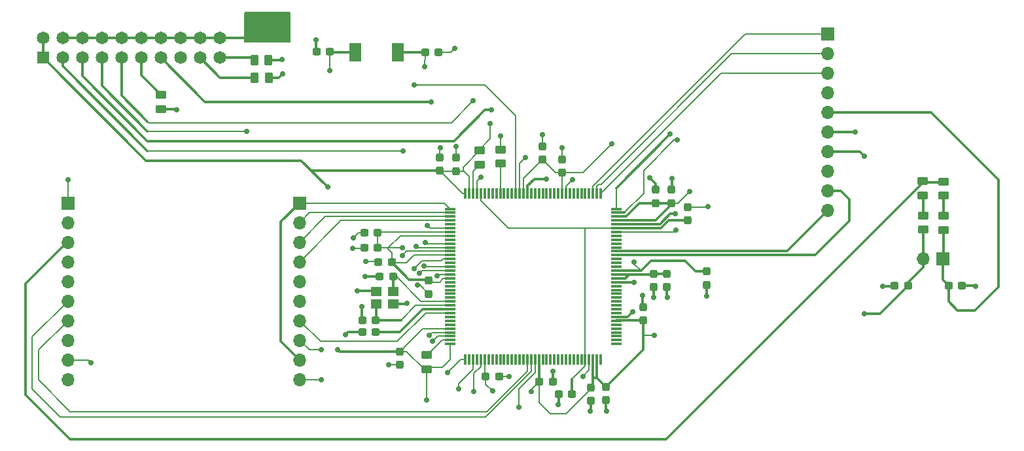
<source format=gbr>
%TF.GenerationSoftware,KiCad,Pcbnew,8.0.5*%
%TF.CreationDate,2025-01-29T19:48:31-05:00*%
%TF.ProjectId,Power_Supplies_DSP,506f7765-725f-4537-9570-706c6965735f,rev?*%
%TF.SameCoordinates,Original*%
%TF.FileFunction,Copper,L1,Top*%
%TF.FilePolarity,Positive*%
%FSLAX46Y46*%
G04 Gerber Fmt 4.6, Leading zero omitted, Abs format (unit mm)*
G04 Created by KiCad (PCBNEW 8.0.5) date 2025-01-29 19:48:31*
%MOMM*%
%LPD*%
G01*
G04 APERTURE LIST*
G04 Aperture macros list*
%AMRoundRect*
0 Rectangle with rounded corners*
0 $1 Rounding radius*
0 $2 $3 $4 $5 $6 $7 $8 $9 X,Y pos of 4 corners*
0 Add a 4 corners polygon primitive as box body*
4,1,4,$2,$3,$4,$5,$6,$7,$8,$9,$2,$3,0*
0 Add four circle primitives for the rounded corners*
1,1,$1+$1,$2,$3*
1,1,$1+$1,$4,$5*
1,1,$1+$1,$6,$7*
1,1,$1+$1,$8,$9*
0 Add four rect primitives between the rounded corners*
20,1,$1+$1,$2,$3,$4,$5,0*
20,1,$1+$1,$4,$5,$6,$7,0*
20,1,$1+$1,$6,$7,$8,$9,0*
20,1,$1+$1,$8,$9,$2,$3,0*%
G04 Aperture macros list end*
%TA.AperFunction,ComponentPad*%
%ADD10R,1.650000X1.650000*%
%TD*%
%TA.AperFunction,ComponentPad*%
%ADD11C,1.650000*%
%TD*%
%TA.AperFunction,SMDPad,CuDef*%
%ADD12RoundRect,0.250000X0.262500X0.450000X-0.262500X0.450000X-0.262500X-0.450000X0.262500X-0.450000X0*%
%TD*%
%TA.AperFunction,SMDPad,CuDef*%
%ADD13RoundRect,0.237500X-0.237500X0.300000X-0.237500X-0.300000X0.237500X-0.300000X0.237500X0.300000X0*%
%TD*%
%TA.AperFunction,SMDPad,CuDef*%
%ADD14R,1.500000X2.400000*%
%TD*%
%TA.AperFunction,SMDPad,CuDef*%
%ADD15RoundRect,0.237500X0.300000X0.237500X-0.300000X0.237500X-0.300000X-0.237500X0.300000X-0.237500X0*%
%TD*%
%TA.AperFunction,SMDPad,CuDef*%
%ADD16RoundRect,0.237500X0.237500X-0.300000X0.237500X0.300000X-0.237500X0.300000X-0.237500X-0.300000X0*%
%TD*%
%TA.AperFunction,SMDPad,CuDef*%
%ADD17RoundRect,0.237500X-0.300000X-0.237500X0.300000X-0.237500X0.300000X0.237500X-0.300000X0.237500X0*%
%TD*%
%TA.AperFunction,SMDPad,CuDef*%
%ADD18RoundRect,0.250000X0.450000X-0.262500X0.450000X0.262500X-0.450000X0.262500X-0.450000X-0.262500X0*%
%TD*%
%TA.AperFunction,SMDPad,CuDef*%
%ADD19RoundRect,0.250000X-0.450000X0.262500X-0.450000X-0.262500X0.450000X-0.262500X0.450000X0.262500X0*%
%TD*%
%TA.AperFunction,SMDPad,CuDef*%
%ADD20R,1.475000X0.300000*%
%TD*%
%TA.AperFunction,SMDPad,CuDef*%
%ADD21R,0.300000X1.475000*%
%TD*%
%TA.AperFunction,SMDPad,CuDef*%
%ADD22R,1.397000X1.193800*%
%TD*%
%TA.AperFunction,ComponentPad*%
%ADD23R,1.700000X1.700000*%
%TD*%
%TA.AperFunction,ComponentPad*%
%ADD24O,1.700000X1.700000*%
%TD*%
%TA.AperFunction,ViaPad*%
%ADD25C,0.700000*%
%TD*%
%TA.AperFunction,ViaPad*%
%ADD26C,0.800000*%
%TD*%
%TA.AperFunction,Conductor*%
%ADD27C,0.300000*%
%TD*%
%TA.AperFunction,Conductor*%
%ADD28C,0.200000*%
%TD*%
G04 APERTURE END LIST*
D10*
%TO.P,J7,1,1*%
%TO.N,3.3V*%
X147950000Y-122950000D03*
D11*
%TO.P,J7,2,2*%
X147950000Y-120410000D03*
%TO.P,J7,3,3*%
%TO.N,JTRST*%
X150490000Y-122950000D03*
%TO.P,J7,4,4*%
%TO.N,GND*%
X150490000Y-120410000D03*
%TO.P,J7,5,5*%
%TO.N,JTDI*%
X153030000Y-122950000D03*
%TO.P,J7,6,6*%
%TO.N,GND*%
X153030000Y-120410000D03*
%TO.P,J7,7,7*%
%TO.N,SWDIO*%
X155570000Y-122950000D03*
%TO.P,J7,8,8*%
%TO.N,GND*%
X155570000Y-120410000D03*
%TO.P,J7,9,9*%
%TO.N,SWCLK*%
X158110000Y-122950000D03*
%TO.P,J7,10,10*%
%TO.N,GND*%
X158110000Y-120410000D03*
%TO.P,J7,11,11*%
%TO.N,Net-(J7-Pad11)*%
X160650000Y-122950000D03*
%TO.P,J7,12,12*%
%TO.N,GND*%
X160650000Y-120410000D03*
%TO.P,J7,13,13*%
%TO.N,JTDO_SWO*%
X163190000Y-122950000D03*
%TO.P,J7,14,14*%
%TO.N,GND*%
X163190000Y-120410000D03*
%TO.P,J7,15,15*%
%TO.N,unconnected-(J7-Pad15)*%
X165730000Y-122950000D03*
%TO.P,J7,16,16*%
%TO.N,GND*%
X165730000Y-120410000D03*
%TO.P,J7,17,17*%
%TO.N,Net-(J7-Pad17)*%
X168270000Y-122950000D03*
%TO.P,J7,18,18*%
%TO.N,GND*%
X168270000Y-120410000D03*
%TO.P,J7,19,19*%
%TO.N,Net-(J7-Pad19)*%
X170810000Y-122950000D03*
%TO.P,J7,20,20*%
%TO.N,GND*%
X170810000Y-120410000D03*
%TD*%
D12*
%TO.P,R15,1*%
%TO.N,GND*%
X177137500Y-123275000D03*
%TO.P,R15,2*%
%TO.N,Net-(J7-Pad19)*%
X175312500Y-123275000D03*
%TD*%
D13*
%TO.P,C16,1*%
%TO.N,3.3V*%
X197850000Y-151812500D03*
%TO.P,C16,2*%
%TO.N,GND*%
X197850000Y-153537500D03*
%TD*%
D12*
%TO.P,R14,1*%
%TO.N,GND*%
X177162500Y-125550000D03*
%TO.P,R14,2*%
%TO.N,Net-(J7-Pad17)*%
X175337500Y-125550000D03*
%TD*%
D14*
%TO.P,X3,1,1*%
%TO.N,Net-(U2A-PC15-OSC32_OUT)*%
X188350000Y-122250000D03*
%TO.P,X3,2,2*%
%TO.N,Net-(U2A-PC14-OSC32_IN)*%
X193850000Y-122250000D03*
%TD*%
D15*
%TO.P,C28,1*%
%TO.N,CHANNEL_2*%
X259887500Y-152497500D03*
%TO.P,C28,2*%
%TO.N,GND*%
X258162500Y-152497500D03*
%TD*%
D16*
%TO.P,C18,1*%
%TO.N,Net-(C18-Pad1)*%
X231375000Y-144012500D03*
%TO.P,C18,2*%
%TO.N,GND*%
X231375000Y-142287500D03*
%TD*%
D17*
%TO.P,C5,1*%
%TO.N,3.3V*%
X212187500Y-164875000D03*
%TO.P,C5,2*%
%TO.N,GND*%
X213912500Y-164875000D03*
%TD*%
D16*
%TO.P,C11,1*%
%TO.N,3.3V*%
X199300000Y-137587500D03*
%TO.P,C11,2*%
%TO.N,GND*%
X199300000Y-135862500D03*
%TD*%
D18*
%TO.P,R7,1*%
%TO.N,Net-(U2B-BOOT0)*%
X207150000Y-136662500D03*
%TO.P,R7,2*%
%TO.N,GND*%
X207150000Y-134837500D03*
%TD*%
D19*
%TO.P,R5,1*%
%TO.N,Net-(U2C-VREF+)*%
X197575000Y-161487500D03*
%TO.P,R5,2*%
%TO.N,3.3V*%
X197575000Y-163312500D03*
%TD*%
D20*
%TO.P,U2,1,PE2*%
%TO.N,SAI1_MCLK_A*%
X200637000Y-142525000D03*
%TO.P,U2,2,PE3*%
%TO.N,SAI1_SD_B*%
X200637000Y-143025000D03*
%TO.P,U2,3,PE4*%
%TO.N,SAI1_FS_A*%
X200637000Y-143525000D03*
%TO.P,U2,4,PE5*%
%TO.N,SAI1_SCK_A*%
X200637000Y-144025000D03*
%TO.P,U2,5,PE6*%
%TO.N,unconnected-(U2B-PE6-Pad5)*%
X200637000Y-144525000D03*
%TO.P,U2,6,VSS*%
%TO.N,GND*%
X200637000Y-145025000D03*
%TO.P,U2,7,VDD*%
%TO.N,3.3V*%
X200637000Y-145525000D03*
%TO.P,U2,8,VBAT*%
X200637000Y-146025000D03*
%TO.P,U2,9,PC13*%
%TO.N,unconnected-(U2A-PC13-Pad9)*%
X200637000Y-146525000D03*
%TO.P,U2,10,PC14-OSC32_IN*%
%TO.N,Net-(U2A-PC14-OSC32_IN)*%
X200637000Y-147025000D03*
%TO.P,U2,11,PC15-OSC32_OUT*%
%TO.N,Net-(U2A-PC15-OSC32_OUT)*%
X200637000Y-147525000D03*
%TO.P,U2,12,VSS*%
%TO.N,GND*%
X200637000Y-148025000D03*
%TO.P,U2,13,VDD*%
%TO.N,3.3V*%
X200637000Y-148525000D03*
%TO.P,U2,14,VSSSMPS*%
%TO.N,GND*%
X200637000Y-149025000D03*
%TO.P,U2,15,VLXSMPS*%
%TO.N,unconnected-(U2C-VLXSMPS-Pad15)*%
X200637000Y-149525000D03*
%TO.P,U2,16,VDDSMPS*%
%TO.N,GND*%
X200637000Y-150025000D03*
%TO.P,U2,17,VFBSMPS*%
X200637000Y-150525000D03*
%TO.P,U2,18,VSS*%
X200637000Y-151025000D03*
%TO.P,U2,19,VDD*%
%TO.N,3.3V*%
X200637000Y-151525000D03*
%TO.P,U2,20,PF6*%
%TO.N,unconnected-(U2B-PF6-Pad20)*%
X200637000Y-152025000D03*
%TO.P,U2,21,PF7*%
%TO.N,unconnected-(U2B-PF7-Pad21)*%
X200637000Y-152525000D03*
%TO.P,U2,22,PF8*%
%TO.N,unconnected-(U2B-PF8-Pad22)*%
X200637000Y-153025000D03*
%TO.P,U2,23,PF9*%
%TO.N,unconnected-(U2B-PF9-Pad23)*%
X200637000Y-153525000D03*
%TO.P,U2,24,PF10*%
%TO.N,unconnected-(U2B-PF10-Pad24)*%
X200637000Y-154025000D03*
%TO.P,U2,25,PH0-OSC_IN*%
%TO.N,Net-(U2B-PH0-OSC_IN)*%
X200637000Y-154525000D03*
%TO.P,U2,26,PH1-OSC_OUT*%
%TO.N,Net-(U2B-PH1-OSC_OUT)*%
X200637000Y-155025000D03*
%TO.P,U2,27,NRST*%
%TO.N,Net-(U2B-NRST)*%
X200637000Y-155525000D03*
%TO.P,U2,28,PC0*%
%TO.N,SAI2_FS_B*%
X200637000Y-156025000D03*
%TO.P,U2,29,PC1*%
%TO.N,unconnected-(U2A-PC1-Pad29)*%
X200637000Y-156525000D03*
%TO.P,U2,30,PC2_C*%
%TO.N,unconnected-(U2A-PC2_C-Pad30)*%
X200637000Y-157025000D03*
%TO.P,U2,31,PC3_C*%
%TO.N,unconnected-(U2A-PC3_C-Pad31)*%
X200637000Y-157525000D03*
%TO.P,U2,32,VDD*%
%TO.N,3.3V*%
X200637000Y-158025000D03*
%TO.P,U2,33,VSS*%
%TO.N,GND*%
X200637000Y-158525000D03*
%TO.P,U2,34,VSSA*%
X200637000Y-159025000D03*
%TO.P,U2,35,VREF+*%
%TO.N,Net-(U2C-VREF+)*%
X200637000Y-159525000D03*
%TO.P,U2,36,VDDA*%
%TO.N,3.3V*%
X200637000Y-160025000D03*
D21*
%TO.P,U2,37,PA0*%
%TO.N,SAI2_SD_B*%
X202625000Y-162013000D03*
%TO.P,U2,38,PA1*%
%TO.N,unconnected-(U2A-PA1-Pad38)*%
X203125000Y-162013000D03*
%TO.P,U2,39,PA2*%
%TO.N,SAI2_SCK_B*%
X203625000Y-162013000D03*
%TO.P,U2,40,PA3*%
%TO.N,unconnected-(U2A-PA3-Pad40)*%
X204125000Y-162013000D03*
%TO.P,U2,41,VSS*%
%TO.N,GND*%
X204625000Y-162013000D03*
%TO.P,U2,42,VDD*%
%TO.N,3.3V*%
X205125000Y-162013000D03*
%TO.P,U2,43,PA4*%
%TO.N,unconnected-(U2A-PA4-Pad43)*%
X205625000Y-162013000D03*
%TO.P,U2,44,PA5*%
%TO.N,unconnected-(U2A-PA5-Pad44)*%
X206125000Y-162013000D03*
%TO.P,U2,45,PA6*%
%TO.N,unconnected-(U2A-PA6-Pad45)*%
X206625000Y-162013000D03*
%TO.P,U2,46,PA7*%
%TO.N,unconnected-(U2A-PA7-Pad46)*%
X207125000Y-162013000D03*
%TO.P,U2,47,PC4*%
%TO.N,unconnected-(U2A-PC4-Pad47)*%
X207625000Y-162013000D03*
%TO.P,U2,48,PC5*%
%TO.N,unconnected-(U2A-PC5-Pad48)*%
X208125000Y-162013000D03*
%TO.P,U2,49,PB0*%
%TO.N,unconnected-(U2A-PB0-Pad49)*%
X208625000Y-162013000D03*
%TO.P,U2,50,PB1*%
%TO.N,unconnected-(U2A-PB1-Pad50)*%
X209125000Y-162013000D03*
%TO.P,U2,51,PB2*%
%TO.N,unconnected-(U2A-PB2-Pad51)*%
X209625000Y-162013000D03*
%TO.P,U2,52,PF11*%
%TO.N,unconnected-(U2B-PF11-Pad52)*%
X210125000Y-162013000D03*
%TO.P,U2,53,PF14*%
%TO.N,I2C4_SCL*%
X210625000Y-162013000D03*
%TO.P,U2,54,PF15*%
%TO.N,I2C4_SDA*%
X211125000Y-162013000D03*
%TO.P,U2,55,VSS*%
%TO.N,GND*%
X211625000Y-162013000D03*
%TO.P,U2,56,VDD*%
%TO.N,3.3V*%
X212125000Y-162013000D03*
%TO.P,U2,57,PE7*%
%TO.N,unconnected-(U2B-PE7-Pad57)*%
X212625000Y-162013000D03*
%TO.P,U2,58,PE8*%
%TO.N,unconnected-(U2B-PE8-Pad58)*%
X213125000Y-162013000D03*
%TO.P,U2,59,PE9*%
%TO.N,unconnected-(U2B-PE9-Pad59)*%
X213625000Y-162013000D03*
%TO.P,U2,60,PE10*%
%TO.N,unconnected-(U2B-PE10-Pad60)*%
X214125000Y-162013000D03*
%TO.P,U2,61,PE11*%
%TO.N,unconnected-(U2B-PE11-Pad61)*%
X214625000Y-162013000D03*
%TO.P,U2,62,PE12*%
%TO.N,unconnected-(U2B-PE12-Pad62)*%
X215125000Y-162013000D03*
%TO.P,U2,63,PE13*%
%TO.N,unconnected-(U2B-PE13-Pad63)*%
X215625000Y-162013000D03*
%TO.P,U2,64,PE14*%
%TO.N,unconnected-(U2B-PE14-Pad64)*%
X216125000Y-162013000D03*
%TO.P,U2,65,PE15*%
%TO.N,unconnected-(U2B-PE15-Pad65)*%
X216625000Y-162013000D03*
%TO.P,U2,66,PB10*%
%TO.N,unconnected-(U2A-PB10-Pad66)*%
X217125000Y-162013000D03*
%TO.P,U2,67,PB11*%
%TO.N,unconnected-(U2A-PB11-Pad67)*%
X217625000Y-162013000D03*
%TO.P,U2,68,VCAP*%
%TO.N,Net-(C18-Pad1)*%
X218125000Y-162013000D03*
%TO.P,U2,69,VSS*%
%TO.N,GND*%
X218625000Y-162013000D03*
%TO.P,U2,70,VDDLDO*%
%TO.N,3.3V*%
X219125000Y-162013000D03*
%TO.P,U2,71,VDD*%
X219625000Y-162013000D03*
%TO.P,U2,72,PB12*%
%TO.N,unconnected-(U2A-PB12-Pad72)*%
X220125000Y-162013000D03*
D20*
%TO.P,U2,73,PB13*%
%TO.N,unconnected-(U2A-PB13-Pad73)*%
X222113000Y-160025000D03*
%TO.P,U2,74,PB14*%
%TO.N,unconnected-(U2A-PB14-Pad74)*%
X222113000Y-159525000D03*
%TO.P,U2,75,PB15*%
%TO.N,unconnected-(U2A-PB15-Pad75)*%
X222113000Y-159025000D03*
%TO.P,U2,76,PD8*%
%TO.N,unconnected-(U2A-PD8-Pad76)*%
X222113000Y-158525000D03*
%TO.P,U2,77,PD9*%
%TO.N,unconnected-(U2A-PD9-Pad77)*%
X222113000Y-158025000D03*
%TO.P,U2,78,PD10*%
%TO.N,unconnected-(U2A-PD10-Pad78)*%
X222113000Y-157525000D03*
%TO.P,U2,79,VDD*%
%TO.N,3.3V*%
X222113000Y-157025000D03*
%TO.P,U2,80,VSS*%
%TO.N,GND*%
X222113000Y-156525000D03*
%TO.P,U2,81,PD11*%
%TO.N,unconnected-(U2A-PD11-Pad81)*%
X222113000Y-156025000D03*
%TO.P,U2,82,PD12*%
%TO.N,unconnected-(U2A-PD12-Pad82)*%
X222113000Y-155525000D03*
%TO.P,U2,83,PD13*%
%TO.N,unconnected-(U2A-PD13-Pad83)*%
X222113000Y-155025000D03*
%TO.P,U2,84,PD14*%
%TO.N,unconnected-(U2A-PD14-Pad84)*%
X222113000Y-154525000D03*
%TO.P,U2,85,PD15*%
%TO.N,unconnected-(U2A-PD15-Pad85)*%
X222113000Y-154025000D03*
%TO.P,U2,86,PG6*%
%TO.N,unconnected-(U2B-PG6-Pad86)*%
X222113000Y-153525000D03*
%TO.P,U2,87,PG7*%
%TO.N,unconnected-(U2B-PG7-Pad87)*%
X222113000Y-153025000D03*
%TO.P,U2,88,PG8*%
%TO.N,unconnected-(U2B-PG8-Pad88)*%
X222113000Y-152525000D03*
%TO.P,U2,89,VSS*%
%TO.N,GND*%
X222113000Y-152025000D03*
%TO.P,U2,90,VDD50USB*%
%TO.N,Net-(U2C-VDD33USB)*%
X222113000Y-151525000D03*
%TO.P,U2,91,VDD33USB*%
X222113000Y-151025000D03*
%TO.P,U2,92,VDD*%
%TO.N,3.3V*%
X222113000Y-150525000D03*
%TO.P,U2,93,PC6*%
%TO.N,unconnected-(U2A-PC6-Pad93)*%
X222113000Y-150025000D03*
%TO.P,U2,94,PC7*%
%TO.N,unconnected-(U2A-PC7-Pad94)*%
X222113000Y-149525000D03*
%TO.P,U2,95,PC8*%
%TO.N,unconnected-(U2A-PC8-Pad95)*%
X222113000Y-149025000D03*
%TO.P,U2,96,PC9*%
%TO.N,I2C3_SDA*%
X222113000Y-148525000D03*
%TO.P,U2,97,PA8*%
%TO.N,I2C3_SCL*%
X222113000Y-148025000D03*
%TO.P,U2,98,PA9*%
%TO.N,unconnected-(U2A-PA9-Pad98)*%
X222113000Y-147525000D03*
%TO.P,U2,99,PA10*%
%TO.N,unconnected-(U2A-PA10-Pad99)*%
X222113000Y-147025000D03*
%TO.P,U2,100,PA11*%
%TO.N,unconnected-(U2A-PA11-Pad100)*%
X222113000Y-146525000D03*
%TO.P,U2,101,PA12*%
%TO.N,unconnected-(U2A-PA12-Pad101)*%
X222113000Y-146025000D03*
%TO.P,U2,102,PA13*%
%TO.N,SWDIO*%
X222113000Y-145525000D03*
%TO.P,U2,103,VCAP*%
%TO.N,Net-(C18-Pad1)*%
X222113000Y-145025000D03*
%TO.P,U2,104,VSS*%
%TO.N,GND*%
X222113000Y-144525000D03*
%TO.P,U2,105,VDDLDO*%
%TO.N,3.3V*%
X222113000Y-144025000D03*
%TO.P,U2,106,VDD*%
X222113000Y-143525000D03*
%TO.P,U2,107,PA14*%
%TO.N,SWCLK*%
X222113000Y-143025000D03*
%TO.P,U2,108,PA15*%
%TO.N,JTDI*%
X222113000Y-142525000D03*
D21*
%TO.P,U2,109,PC10*%
%TO.N,SPI3_SCK*%
X220125000Y-140537000D03*
%TO.P,U2,110,PC11*%
%TO.N,SPI3_MISO*%
X219625000Y-140537000D03*
%TO.P,U2,111,PC12*%
%TO.N,SPI3_MOSI*%
X219125000Y-140537000D03*
%TO.P,U2,112,PD0*%
%TO.N,unconnected-(U2A-PD0-Pad112)*%
X218625000Y-140537000D03*
%TO.P,U2,113,PD1*%
%TO.N,unconnected-(U2A-PD1-Pad113)*%
X218125000Y-140537000D03*
%TO.P,U2,114,PD2*%
%TO.N,unconnected-(U2A-PD2-Pad114)*%
X217625000Y-140537000D03*
%TO.P,U2,115,PD3*%
%TO.N,unconnected-(U2A-PD3-Pad115)*%
X217125000Y-140537000D03*
%TO.P,U2,116,PD4*%
%TO.N,unconnected-(U2A-PD4-Pad116)*%
X216625000Y-140537000D03*
%TO.P,U2,117,PD5*%
%TO.N,unconnected-(U2A-PD5-Pad117)*%
X216125000Y-140537000D03*
%TO.P,U2,118,VSS*%
%TO.N,GND*%
X215625000Y-140537000D03*
%TO.P,U2,119,VDD*%
%TO.N,3.3V*%
X215125000Y-140537000D03*
%TO.P,U2,120,PD6*%
%TO.N,unconnected-(U2A-PD6-Pad120)*%
X214625000Y-140537000D03*
%TO.P,U2,121,PD7*%
%TO.N,unconnected-(U2A-PD7-Pad121)*%
X214125000Y-140537000D03*
%TO.P,U2,122,PG9*%
%TO.N,unconnected-(U2B-PG9-Pad122)*%
X213625000Y-140537000D03*
%TO.P,U2,123,PG10*%
%TO.N,unconnected-(U2B-PG10-Pad123)*%
X213125000Y-140537000D03*
%TO.P,U2,124,PG11*%
%TO.N,unconnected-(U2B-PG11-Pad124)*%
X212625000Y-140537000D03*
%TO.P,U2,125,PG12*%
%TO.N,unconnected-(U2B-PG12-Pad125)*%
X212125000Y-140537000D03*
%TO.P,U2,126,PG13*%
%TO.N,unconnected-(U2B-PG13-Pad126)*%
X211625000Y-140537000D03*
%TO.P,U2,127,PG14*%
%TO.N,unconnected-(U2B-PG14-Pad127)*%
X211125000Y-140537000D03*
%TO.P,U2,128,VSS*%
%TO.N,GND*%
X210625000Y-140537000D03*
%TO.P,U2,129,VDD*%
%TO.N,3.3V*%
X210125000Y-140537000D03*
%TO.P,U2,130,PB3*%
%TO.N,JTDO_SWO*%
X209625000Y-140537000D03*
%TO.P,U2,131,PB4*%
%TO.N,JTRST*%
X209125000Y-140537000D03*
%TO.P,U2,132,PB5*%
%TO.N,unconnected-(U2A-PB5-Pad132)*%
X208625000Y-140537000D03*
%TO.P,U2,133,PB6*%
%TO.N,unconnected-(U2A-PB6-Pad133)*%
X208125000Y-140537000D03*
%TO.P,U2,134,PB7*%
%TO.N,unconnected-(U2A-PB7-Pad134)*%
X207625000Y-140537000D03*
%TO.P,U2,135,BOOT0*%
%TO.N,Net-(U2B-BOOT0)*%
X207125000Y-140537000D03*
%TO.P,U2,136,PB8*%
%TO.N,unconnected-(U2A-PB8-Pad136)*%
X206625000Y-140537000D03*
%TO.P,U2,137,PB9*%
%TO.N,unconnected-(U2A-PB9-Pad137)*%
X206125000Y-140537000D03*
%TO.P,U2,138,PE0*%
%TO.N,unconnected-(U2B-PE0-Pad138)*%
X205625000Y-140537000D03*
%TO.P,U2,139,PE1*%
%TO.N,unconnected-(U2B-PE1-Pad139)*%
X205125000Y-140537000D03*
%TO.P,U2,140,VCAP*%
%TO.N,Net-(C18-Pad1)*%
X204625000Y-140537000D03*
%TO.P,U2,141,VSS*%
%TO.N,GND*%
X204125000Y-140537000D03*
%TO.P,U2,142,PDR_ON*%
%TO.N,Net-(U2B-PDR_ON)*%
X203625000Y-140537000D03*
%TO.P,U2,143,VDDLDO*%
%TO.N,3.3V*%
X203125000Y-140537000D03*
%TO.P,U2,144,VDD*%
X202625000Y-140537000D03*
%TD*%
D15*
%TO.P,C26,1*%
%TO.N,Net-(U2B-PH0-OSC_IN)*%
X193262500Y-151325000D03*
%TO.P,C26,2*%
%TO.N,GND*%
X191537500Y-151325000D03*
%TD*%
D16*
%TO.P,C10,1*%
%TO.N,3.3V*%
X201375000Y-137612500D03*
%TO.P,C10,2*%
%TO.N,GND*%
X201375000Y-135887500D03*
%TD*%
D15*
%TO.P,C19,1*%
%TO.N,Net-(C18-Pad1)*%
X216387500Y-166525000D03*
%TO.P,C19,2*%
%TO.N,GND*%
X214662500Y-166525000D03*
%TD*%
D13*
%TO.P,C9,1*%
%TO.N,3.3V*%
X220825000Y-165587500D03*
%TO.P,C9,2*%
%TO.N,GND*%
X220825000Y-167312500D03*
%TD*%
D18*
%TO.P,R6,1*%
%TO.N,Net-(U2B-PDR_ON)*%
X204425000Y-136812500D03*
%TO.P,R6,2*%
%TO.N,3.3V*%
X204425000Y-134987500D03*
%TD*%
D15*
%TO.P,C13,1*%
%TO.N,3.3V*%
X191237500Y-147600000D03*
%TO.P,C13,2*%
%TO.N,GND*%
X189512500Y-147600000D03*
%TD*%
D13*
%TO.P,C4,1*%
%TO.N,3.3V*%
X218850000Y-165637500D03*
%TO.P,C4,2*%
%TO.N,GND*%
X218850000Y-167362500D03*
%TD*%
D16*
%TO.P,C3,1*%
%TO.N,3.3V*%
X225650000Y-156987500D03*
%TO.P,C3,2*%
%TO.N,GND*%
X225650000Y-155262500D03*
%TD*%
D15*
%TO.P,C25,1*%
%TO.N,Net-(U2B-PH1-OSC_OUT)*%
X190987500Y-156925000D03*
%TO.P,C25,2*%
%TO.N,GND*%
X189262500Y-156925000D03*
%TD*%
D13*
%TO.P,C21,1*%
%TO.N,Net-(U2C-VDD33USB)*%
X227000000Y-150937500D03*
%TO.P,C21,2*%
%TO.N,GND*%
X227000000Y-152662500D03*
%TD*%
D15*
%TO.P,C27,1*%
%TO.N,GND*%
X266862500Y-152472500D03*
%TO.P,C27,2*%
%TO.N,CHANNEL_1*%
X265137500Y-152472500D03*
%TD*%
D19*
%TO.P,R11,1*%
%TO.N,Net-(R10-Pad2)*%
X261825000Y-143387500D03*
%TO.P,R11,2*%
%TO.N,CHANNEL_2*%
X261825000Y-145212500D03*
%TD*%
D16*
%TO.P,C15,1*%
%TO.N,3.3V*%
X227200000Y-141787500D03*
%TO.P,C15,2*%
%TO.N,GND*%
X227200000Y-140062500D03*
%TD*%
D19*
%TO.P,R8,1*%
%TO.N,5V*%
X264500000Y-138987500D03*
%TO.P,R8,2*%
%TO.N,Net-(R8-Pad2)*%
X264500000Y-140812500D03*
%TD*%
D13*
%TO.P,C8,1*%
%TO.N,3.3V*%
X194100000Y-161012500D03*
%TO.P,C8,2*%
%TO.N,GND*%
X194100000Y-162737500D03*
%TD*%
D19*
%TO.P,R10,1*%
%TO.N,5V*%
X261800000Y-138937500D03*
%TO.P,R10,2*%
%TO.N,Net-(R10-Pad2)*%
X261800000Y-140762500D03*
%TD*%
D16*
%TO.P,C30,1*%
%TO.N,3.3V*%
X212575000Y-136150000D03*
%TO.P,C30,2*%
%TO.N,GND*%
X212575000Y-134425000D03*
%TD*%
%TO.P,C29,1*%
%TO.N,3.3V*%
X215100000Y-137825000D03*
%TO.P,C29,2*%
%TO.N,GND*%
X215100000Y-136100000D03*
%TD*%
D22*
%TO.P,X4,1,1*%
%TO.N,Net-(U2B-PH0-OSC_IN)*%
X193273000Y-153260749D03*
%TO.P,X4,2,2*%
%TO.N,GND*%
X191073000Y-153260749D03*
%TO.P,X4,3,3*%
%TO.N,Net-(U2B-PH1-OSC_OUT)*%
X191073000Y-154860751D03*
%TO.P,X4,4,4*%
%TO.N,GND*%
X193273000Y-154860751D03*
%TD*%
D18*
%TO.P,R13,1*%
%TO.N,GND*%
X163250000Y-129612500D03*
%TO.P,R13,2*%
%TO.N,Net-(J7-Pad11)*%
X163250000Y-127787500D03*
%TD*%
D13*
%TO.P,C20,1*%
%TO.N,Net-(U2C-VDD33USB)*%
X228700000Y-150937500D03*
%TO.P,C20,2*%
%TO.N,GND*%
X228700000Y-152662500D03*
%TD*%
D19*
%TO.P,R9,1*%
%TO.N,Net-(R8-Pad2)*%
X264450000Y-143412500D03*
%TO.P,R9,2*%
%TO.N,CHANNEL_1*%
X264450000Y-145237500D03*
%TD*%
D15*
%TO.P,C14,1*%
%TO.N,3.3V*%
X193075000Y-149450000D03*
%TO.P,C14,2*%
%TO.N,GND*%
X191350000Y-149450000D03*
%TD*%
D23*
%TO.P,J6,1*%
%TO.N,SPI3_MOSI*%
X249500000Y-119905000D03*
D24*
%TO.P,J6,2*%
%TO.N,SPI3_MISO*%
X249500000Y-122445000D03*
%TO.P,J6,3*%
%TO.N,SPI3_SCK*%
X249500000Y-124985000D03*
%TO.P,J6,4*%
%TO.N,unconnected-(J6-Pad4)*%
X249500000Y-127525000D03*
%TO.P,J6,5*%
%TO.N,CHANNEL_1*%
X249500000Y-130065000D03*
%TO.P,J6,6*%
%TO.N,GND*%
X249500000Y-132605000D03*
%TO.P,J6,7*%
%TO.N,CHANNEL_2*%
X249500000Y-135145000D03*
%TO.P,J6,8*%
%TO.N,unconnected-(J6-Pad8)*%
X249500000Y-137685000D03*
%TO.P,J6,9*%
%TO.N,I2C3_SDA*%
X249500000Y-140225000D03*
%TO.P,J6,10*%
%TO.N,I2C3_SCL*%
X249500000Y-142765000D03*
%TD*%
D15*
%TO.P,C12,1*%
%TO.N,3.3V*%
X191262500Y-145575000D03*
%TO.P,C12,2*%
%TO.N,GND*%
X189537500Y-145575000D03*
%TD*%
%TO.P,C22,1*%
%TO.N,Net-(U2B-NRST)*%
X191012500Y-158500000D03*
%TO.P,C22,2*%
%TO.N,GND*%
X189287500Y-158500000D03*
%TD*%
D17*
%TO.P,C24,1*%
%TO.N,Net-(U2A-PC14-OSC32_IN)*%
X197387500Y-122225000D03*
%TO.P,C24,2*%
%TO.N,GND*%
X199112500Y-122225000D03*
%TD*%
D13*
%TO.P,C17,1*%
%TO.N,3.3V*%
X233800000Y-150637500D03*
%TO.P,C17,2*%
%TO.N,GND*%
X233800000Y-152362500D03*
%TD*%
D15*
%TO.P,C23,1*%
%TO.N,Net-(U2A-PC15-OSC32_OUT)*%
X185062500Y-122200000D03*
%TO.P,C23,2*%
%TO.N,GND*%
X183337500Y-122200000D03*
%TD*%
D17*
%TO.P,C7,1*%
%TO.N,3.3V*%
X205237500Y-164200000D03*
%TO.P,C7,2*%
%TO.N,GND*%
X206962500Y-164200000D03*
%TD*%
D23*
%TO.P,J5,1*%
%TO.N,CHANNEL_1*%
X264375000Y-148997500D03*
D24*
%TO.P,J5,2*%
%TO.N,CHANNEL_2*%
X261835000Y-148997500D03*
%TD*%
D16*
%TO.P,C6,1*%
%TO.N,3.3V*%
X229275000Y-141762500D03*
%TO.P,C6,2*%
%TO.N,GND*%
X229275000Y-140037500D03*
%TD*%
D23*
%TO.P,J4,1*%
%TO.N,SAI1_MCLK_A*%
X181175000Y-141770000D03*
D24*
%TO.P,J4,2*%
%TO.N,SAI1_SD_B*%
X181175000Y-144310000D03*
%TO.P,J4,3*%
%TO.N,SAI1_FS_A*%
X181175000Y-146850000D03*
%TO.P,J4,4*%
%TO.N,SAI1_SCK_A*%
X181175000Y-149390000D03*
%TO.P,J4,5*%
%TO.N,unconnected-(J4-Pad5)*%
X181175000Y-151930000D03*
%TO.P,J4,6*%
%TO.N,unconnected-(J4-Pad6)*%
X181175000Y-154470000D03*
%TO.P,J4,7*%
%TO.N,SAI2_FS_B*%
X181175000Y-157010000D03*
%TO.P,J4,8*%
%TO.N,SAI2_SD_B*%
X181175000Y-159550000D03*
%TO.P,J4,9*%
%TO.N,SAI2_MCLK_B*%
X181175000Y-162090000D03*
%TO.P,J4,10*%
%TO.N,SAI2_SCK_B*%
X181175000Y-164630000D03*
%TD*%
D23*
%TO.P,J1,1*%
%TO.N,GND*%
X151175000Y-141770000D03*
D24*
%TO.P,J1,2*%
%TO.N,unconnected-(J1-Pad2)*%
X151175000Y-144310000D03*
%TO.P,J1,3*%
%TO.N,5V*%
X151175000Y-146850000D03*
%TO.P,J1,4*%
%TO.N,unconnected-(J1-Pad4)*%
X151175000Y-149390000D03*
%TO.P,J1,5*%
%TO.N,unconnected-(J1-Pad5)*%
X151175000Y-151930000D03*
%TO.P,J1,6*%
%TO.N,I2C4_SDA*%
X151175000Y-154470000D03*
%TO.P,J1,7*%
%TO.N,I2C4_SCL*%
X151175000Y-157010000D03*
%TO.P,J1,8*%
%TO.N,unconnected-(J1-Pad8)*%
X151175000Y-159550000D03*
%TO.P,J1,9*%
%TO.N,3.3V*%
X151175000Y-162090000D03*
%TO.P,J1,10*%
%TO.N,unconnected-(J1-Pad10)*%
X151175000Y-164630000D03*
%TD*%
D25*
%TO.N,GND*%
X179000000Y-125000000D03*
D26*
X179000000Y-120000000D03*
X177000000Y-120000000D03*
X175000000Y-120000000D03*
X175000000Y-118000000D03*
X177000000Y-118000000D03*
X179000000Y-118000000D03*
D25*
X165225000Y-129700000D03*
X178850000Y-123150000D03*
%TO.N,Net-(U2A-PC15-OSC32_OUT)*%
X196275000Y-147400000D03*
X185050000Y-124600000D03*
%TO.N,Net-(U2A-PC14-OSC32_IN)*%
X197450000Y-146850000D03*
X197375000Y-124100000D03*
%TO.N,3.3V*%
X154200000Y-162475000D03*
X194475000Y-147525000D03*
X206125000Y-166125000D03*
X186050000Y-160750000D03*
X211150000Y-166200000D03*
X231625000Y-140250000D03*
X221575000Y-134075000D03*
X205850000Y-131450000D03*
X227075000Y-158925000D03*
X197600000Y-167275000D03*
X224475000Y-149450000D03*
X184775000Y-139700000D03*
%TO.N,JTDI*%
X229100000Y-132850000D03*
X205950000Y-129700000D03*
%TO.N,SWDIO*%
X174325000Y-132450000D03*
X229825000Y-145300000D03*
%TO.N,SWCLK*%
X203650000Y-128525000D03*
X230025000Y-133625000D03*
%TO.N,JTRST*%
X194550000Y-135000000D03*
X196000000Y-126450000D03*
%TO.N,JTDO_SWO*%
X210400000Y-135850000D03*
X198175000Y-128675000D03*
%TO.N,SAI2_SCK_B*%
X183975000Y-164650000D03*
X201750000Y-165850000D03*
%TO.N,SAI2_SD_B*%
X184000000Y-160775000D03*
X200300000Y-163725000D03*
%TO.N,GND*%
X229325000Y-138575000D03*
X203725000Y-166175000D03*
X192675000Y-162750000D03*
X197683360Y-144709329D03*
X226450000Y-138475000D03*
X188050000Y-147650000D03*
X233800000Y-153800000D03*
X224250000Y-155825000D03*
X218800000Y-168700000D03*
X224475000Y-152075000D03*
X226975000Y-153975000D03*
X268650000Y-152522500D03*
X225575000Y-153750000D03*
X197300000Y-149925000D03*
X195075000Y-154725000D03*
X228725000Y-153975000D03*
X229775000Y-143200000D03*
X256625000Y-152522500D03*
X188100000Y-146275000D03*
X212575000Y-132900000D03*
X198400000Y-159650000D03*
X217850000Y-164200000D03*
X215125000Y-134600000D03*
X209500000Y-168250000D03*
X207150000Y-133050000D03*
X187075000Y-158850000D03*
X198950000Y-151175000D03*
X204625000Y-138400000D03*
X216475000Y-138775000D03*
X151200000Y-138775000D03*
X201200000Y-121750000D03*
X188600000Y-153150000D03*
X253025000Y-132600000D03*
X194475000Y-148550000D03*
X201425000Y-134475000D03*
X234025000Y-142200000D03*
X208250000Y-164250000D03*
X213950000Y-163600000D03*
X199350000Y-134575000D03*
X220850000Y-168725000D03*
X189200000Y-155175000D03*
X183325000Y-120668750D03*
X214650000Y-167900000D03*
X197950000Y-158875000D03*
X189675000Y-151325000D03*
X213050000Y-138650000D03*
X189725000Y-149375000D03*
X196625000Y-150875000D03*
X195950000Y-150300000D03*
X196425000Y-152400000D03*
%TO.N,CHANNEL_2*%
X254200000Y-135725000D03*
X254200000Y-156100000D03*
%TD*%
D27*
%TO.N,GND*%
X178450000Y-125550000D02*
X179000000Y-125000000D01*
X177162500Y-125550000D02*
X178450000Y-125550000D01*
X174590000Y-120410000D02*
X175000000Y-120000000D01*
X170810000Y-120410000D02*
X174590000Y-120410000D01*
X153030000Y-120410000D02*
X150490000Y-120410000D01*
X155570000Y-120410000D02*
X153030000Y-120410000D01*
X158110000Y-120410000D02*
X155570000Y-120410000D01*
X160650000Y-120410000D02*
X158110000Y-120410000D01*
X163190000Y-120410000D02*
X160650000Y-120410000D01*
X165730000Y-120410000D02*
X163190000Y-120410000D01*
X168270000Y-120410000D02*
X165730000Y-120410000D01*
X170810000Y-120410000D02*
X168270000Y-120410000D01*
%TO.N,3.3V*%
X161265000Y-136265000D02*
X181340000Y-136265000D01*
X147950000Y-122950000D02*
X161265000Y-136265000D01*
X147950000Y-122950000D02*
X147950000Y-120410000D01*
%TO.N,JTDO_SWO*%
X168885000Y-128645000D02*
X198145000Y-128645000D01*
X163190000Y-122950000D02*
X168885000Y-128645000D01*
%TO.N,Net-(J7-Pad11)*%
X160650000Y-125187500D02*
X163250000Y-127787500D01*
X160650000Y-122950000D02*
X160650000Y-125187500D01*
%TO.N,GND*%
X165137500Y-129612500D02*
X165225000Y-129700000D01*
X163250000Y-129612500D02*
X165137500Y-129612500D01*
%TO.N,Net-(J7-Pad17)*%
X170870000Y-125550000D02*
X175337500Y-125550000D01*
X168270000Y-122950000D02*
X170870000Y-125550000D01*
%TO.N,GND*%
X178725000Y-123275000D02*
X178850000Y-123150000D01*
X177137500Y-123275000D02*
X178725000Y-123275000D01*
%TO.N,Net-(J7-Pad19)*%
X174987500Y-122950000D02*
X175312500Y-123275000D01*
X170810000Y-122950000D02*
X174987500Y-122950000D01*
%TO.N,SWCLK*%
X158110000Y-127820000D02*
X161475000Y-131185000D01*
X158110000Y-122950000D02*
X158110000Y-127820000D01*
%TO.N,SWDIO*%
X155570000Y-126550000D02*
X161475000Y-132455000D01*
X155570000Y-122950000D02*
X155570000Y-126550000D01*
%TO.N,JTDI*%
X153030000Y-125280000D02*
X161475000Y-133725000D01*
X153030000Y-122950000D02*
X153030000Y-125280000D01*
%TO.N,JTRST*%
X150490000Y-124010000D02*
X161475000Y-134995000D01*
X150490000Y-122950000D02*
X150490000Y-124010000D01*
%TO.N,Net-(C18-Pad1)*%
X230625000Y-144012500D02*
X231375000Y-144012500D01*
X228925000Y-144037500D02*
X230600000Y-144037500D01*
D28*
X204625000Y-141474500D02*
X208175500Y-145025000D01*
X218125000Y-162013000D02*
X218125000Y-145025000D01*
X208175500Y-145025000D02*
X218125000Y-145025000D01*
D27*
X216387500Y-166525000D02*
X216387500Y-164638000D01*
X216387500Y-164638000D02*
X216412500Y-164613000D01*
D28*
X204625000Y-140537000D02*
X204625000Y-141474500D01*
X218125000Y-145025000D02*
X222113000Y-145025000D01*
X218125000Y-162013000D02*
X218125000Y-162900500D01*
D27*
X227937500Y-145025000D02*
X222113000Y-145025000D01*
X230600000Y-144037500D02*
X230625000Y-144012500D01*
D28*
X218125000Y-162900500D02*
X216412500Y-164613000D01*
D27*
X227937500Y-145025000D02*
X228925000Y-144037500D01*
%TO.N,Net-(U2C-VDD33USB)*%
X223300000Y-151525000D02*
X222113000Y-151525000D01*
X223800000Y-151025000D02*
X223300000Y-151525000D01*
X227000000Y-150937500D02*
X228700000Y-150937500D01*
X223800000Y-151025000D02*
X222113000Y-151025000D01*
X227000000Y-150937500D02*
X226912500Y-151025000D01*
X226912500Y-151025000D02*
X223800000Y-151025000D01*
%TO.N,Net-(U2B-NRST)*%
X191012500Y-158500000D02*
X194100000Y-158500000D01*
X194100000Y-158500000D02*
X197075000Y-155525000D01*
X197075000Y-155525000D02*
X200637000Y-155525000D01*
%TO.N,Net-(U2A-PC15-OSC32_OUT)*%
X185337500Y-122250000D02*
X185175000Y-122412500D01*
D28*
X196275000Y-147400000D02*
X196400000Y-147525000D01*
X185062500Y-122200000D02*
X185062500Y-124587500D01*
D27*
X188350000Y-122250000D02*
X185337500Y-122250000D01*
D28*
X185062500Y-124587500D02*
X185050000Y-124600000D01*
X196400000Y-147525000D02*
X200637000Y-147525000D01*
%TO.N,Net-(U2A-PC14-OSC32_IN)*%
X197375000Y-124100000D02*
X197387500Y-124087500D01*
D27*
X193850000Y-122250000D02*
X197162500Y-122250000D01*
D28*
X197387500Y-122225000D02*
X197375000Y-124100000D01*
X197625000Y-147025000D02*
X200637000Y-147025000D01*
D27*
X197162500Y-122250000D02*
X197300000Y-122112500D01*
D28*
X197450000Y-146850000D02*
X197625000Y-147025000D01*
%TO.N,Net-(U2B-PH1-OSC_OUT)*%
X194275000Y-156925000D02*
X196175000Y-155025000D01*
D27*
X190987500Y-156925000D02*
X194275000Y-156925000D01*
D28*
X196175000Y-155025000D02*
X200637000Y-155025000D01*
D27*
X191073000Y-154860751D02*
X191073000Y-156487350D01*
D28*
%TO.N,Net-(U2B-PH0-OSC_IN)*%
X193675000Y-151325000D02*
X196875000Y-154525000D01*
D27*
X193273000Y-153260749D02*
X193273000Y-151662350D01*
X193262500Y-151325000D02*
X193675000Y-151325000D01*
D28*
X196875000Y-154525000D02*
X200637000Y-154525000D01*
D27*
X193273000Y-151662350D02*
X193448200Y-151487150D01*
%TO.N,3.3V*%
X186312500Y-161012500D02*
X194100000Y-161012500D01*
D28*
X191587500Y-145525000D02*
X200637000Y-145525000D01*
X202300000Y-137112500D02*
X202300000Y-137612500D01*
X212187500Y-164875000D02*
X212187500Y-167612500D01*
X199612500Y-163037500D02*
X197600000Y-163037500D01*
D27*
X222150500Y-156987500D02*
X222113000Y-157025000D01*
D28*
X202249500Y-140537000D02*
X202625000Y-140537000D01*
X210125000Y-138600000D02*
X210125000Y-140537000D01*
X215100000Y-140512000D02*
X215125000Y-140537000D01*
X195975000Y-148525000D02*
X195000000Y-149500000D01*
X199325000Y-137612500D02*
X199300000Y-137587500D01*
X197312500Y-163312500D02*
X197575000Y-163312500D01*
D27*
X218850000Y-165637500D02*
X219125000Y-165362500D01*
D28*
X215100000Y-137825000D02*
X217825000Y-137825000D01*
X199249500Y-152025000D02*
X199749500Y-151525000D01*
X212575000Y-136150000D02*
X210125000Y-138600000D01*
D27*
X225650000Y-156987500D02*
X222150500Y-156987500D01*
D28*
X197575000Y-167250000D02*
X197600000Y-167275000D01*
X192600000Y-147600000D02*
X192662500Y-147537500D01*
X204425000Y-134875000D02*
X205850000Y-133450000D01*
X224475000Y-149675000D02*
X225325000Y-150525000D01*
D27*
X227250000Y-144025000D02*
X226300000Y-144025000D01*
D28*
X153815000Y-162090000D02*
X154200000Y-162475000D01*
X205237500Y-164200000D02*
X205237500Y-165237500D01*
X199749500Y-151525000D02*
X200637000Y-151525000D01*
X200637000Y-160025000D02*
X200637000Y-162013000D01*
X200637000Y-146025000D02*
X194175000Y-146025000D01*
X194112500Y-161012500D02*
X197100000Y-158025000D01*
D27*
X186050000Y-160750000D02*
X186312500Y-161012500D01*
D28*
X213625000Y-169050000D02*
X215650000Y-169050000D01*
D27*
X229250000Y-141787500D02*
X229275000Y-141762500D01*
D28*
X191237500Y-147600000D02*
X191237500Y-145600000D01*
X211150000Y-166200000D02*
X211150000Y-165912500D01*
X224475000Y-149450000D02*
X224475000Y-149675000D01*
D27*
X181340000Y-136265000D02*
X184775000Y-139700000D01*
X225650000Y-160762500D02*
X220825000Y-165587500D01*
X225137500Y-141787500D02*
X227200000Y-141787500D01*
X220825000Y-165587500D02*
X219625000Y-164387500D01*
X225325000Y-150525000D02*
X226612500Y-149237500D01*
X219125000Y-164350000D02*
X219125000Y-162013000D01*
D28*
X192600000Y-147600000D02*
X192600000Y-147750000D01*
X212187500Y-167612500D02*
X213625000Y-169050000D01*
X215650000Y-169050000D02*
X218850000Y-165850000D01*
D27*
X181340000Y-136265000D02*
X182662500Y-137587500D01*
X212125000Y-162013000D02*
X212125000Y-164812500D01*
D28*
X192662500Y-147537500D02*
X194462500Y-147537500D01*
D27*
X195312500Y-151687500D02*
X193075000Y-149450000D01*
X227200000Y-141787500D02*
X229250000Y-141787500D01*
D28*
X198050000Y-151637500D02*
X198437500Y-152025000D01*
X199300000Y-137587500D02*
X202249500Y-140537000D01*
D27*
X219625000Y-164387500D02*
X219162500Y-164387500D01*
X229275000Y-141762500D02*
X229275000Y-142000000D01*
X226612500Y-149237500D02*
X231025000Y-149237500D01*
D28*
X231625000Y-140250000D02*
X230112500Y-141762500D01*
X194462500Y-147537500D02*
X194475000Y-147525000D01*
X197575000Y-163312500D02*
X197575000Y-167250000D01*
D27*
X231025000Y-149237500D02*
X232425000Y-150637500D01*
X219625000Y-164387500D02*
X219625000Y-162013000D01*
D28*
X204425000Y-134987500D02*
X204425000Y-134875000D01*
D27*
X225650000Y-158900000D02*
X225650000Y-160762500D01*
D28*
X194100000Y-161012500D02*
X194112500Y-161012500D01*
X215100000Y-137825000D02*
X215100000Y-140512000D01*
X200637000Y-148525000D02*
X195975000Y-148525000D01*
X192600000Y-147750000D02*
X193075000Y-148225000D01*
X201375000Y-137612500D02*
X202300000Y-137612500D01*
X198437500Y-152025000D02*
X199249500Y-152025000D01*
X205237500Y-165237500D02*
X206125000Y-166125000D01*
X214250000Y-137825000D02*
X215100000Y-137825000D01*
X204425000Y-134987500D02*
X202300000Y-137112500D01*
X202300000Y-137612500D02*
X202412500Y-137612500D01*
X191212500Y-145900000D02*
X191587500Y-145525000D01*
D27*
X224412500Y-144025000D02*
X226300000Y-144025000D01*
X212125000Y-164812500D02*
X212187500Y-164875000D01*
X182662500Y-137587500D02*
X199300000Y-137587500D01*
X222113000Y-150525000D02*
X225325000Y-150525000D01*
D28*
X151175000Y-162090000D02*
X153815000Y-162090000D01*
D27*
X225650000Y-156987500D02*
X225650000Y-158900000D01*
D28*
X197100000Y-158025000D02*
X200637000Y-158025000D01*
X212575000Y-136150000D02*
X214250000Y-137825000D01*
X227075000Y-158925000D02*
X225675000Y-158925000D01*
X203125000Y-138325000D02*
X203125000Y-140537000D01*
D27*
X229275000Y-142000000D02*
X227250000Y-144025000D01*
X219125000Y-165362500D02*
X219125000Y-164350000D01*
D28*
X211150000Y-165912500D02*
X212187500Y-164875000D01*
X191237500Y-145600000D02*
X191262500Y-145575000D01*
D27*
X223400000Y-143525000D02*
X222113000Y-143525000D01*
X198050000Y-151687500D02*
X195312500Y-151687500D01*
D28*
X200637000Y-162013000D02*
X199612500Y-163037500D01*
X205125000Y-162013000D02*
X205125000Y-164087500D01*
X205125000Y-164087500D02*
X205237500Y-164200000D01*
X195012500Y-161012500D02*
X197312500Y-163312500D01*
X217825000Y-137825000D02*
X221575000Y-134075000D01*
D27*
X219162500Y-164387500D02*
X219125000Y-164350000D01*
D28*
X194175000Y-146025000D02*
X192600000Y-147600000D01*
D27*
X218850000Y-165850000D02*
X218850000Y-165637500D01*
D28*
X205850000Y-133450000D02*
X205850000Y-131450000D01*
X192600000Y-147600000D02*
X191237500Y-147600000D01*
X201375000Y-137612500D02*
X199325000Y-137612500D01*
D27*
X223400000Y-143525000D02*
X225137500Y-141787500D01*
D28*
X193075000Y-148225000D02*
X193075000Y-149450000D01*
D27*
X232425000Y-150637500D02*
X233800000Y-150637500D01*
D28*
X230112500Y-141762500D02*
X229275000Y-141762500D01*
X225675000Y-158925000D02*
X225650000Y-158900000D01*
X202412500Y-137612500D02*
X203125000Y-138325000D01*
X195000000Y-149500000D02*
X193125000Y-149500000D01*
D27*
X224412500Y-144025000D02*
X222113000Y-144025000D01*
D28*
X195012500Y-161012500D02*
X194100000Y-161012500D01*
D27*
%TO.N,JTDI*%
X205950000Y-129700000D02*
X205150000Y-129700000D01*
D28*
X222113000Y-142525000D02*
X222113000Y-139837000D01*
D27*
X201125000Y-133725000D02*
X161475000Y-133725000D01*
X205150000Y-129700000D02*
X201125000Y-133725000D01*
X222113000Y-139837000D02*
X229100000Y-132850000D01*
D28*
%TO.N,SWDIO*%
X222113000Y-145525000D02*
X229600000Y-145525000D01*
X174320000Y-132455000D02*
X161475000Y-132455000D01*
X229600000Y-145525000D02*
X229825000Y-145300000D01*
X174325000Y-132450000D02*
X174320000Y-132455000D01*
%TO.N,SWCLK*%
X161640000Y-131350000D02*
X161475000Y-131185000D01*
X225680698Y-137569302D02*
X225680698Y-140494802D01*
X225680698Y-140494802D02*
X223150500Y-143025000D01*
X200825000Y-131350000D02*
X161640000Y-131350000D01*
X203650000Y-128525000D02*
X200825000Y-131350000D01*
X230025000Y-133625000D02*
X229625000Y-133625000D01*
X229625000Y-133625000D02*
X225680698Y-137569302D01*
D27*
X222113000Y-143025000D02*
X223150500Y-143025000D01*
D28*
%TO.N,JTRST*%
X194450000Y-135000000D02*
X194550000Y-135000000D01*
X205100000Y-126450000D02*
X209125000Y-130475000D01*
X194550000Y-134900000D02*
X194525000Y-134925000D01*
X209125000Y-130475000D02*
X209125000Y-140537000D01*
X194455000Y-134995000D02*
X194450000Y-135000000D01*
X161475000Y-134995000D02*
X194455000Y-134995000D01*
X196000000Y-126450000D02*
X205100000Y-126450000D01*
X194550000Y-135000000D02*
X194550000Y-134900000D01*
%TO.N,JTDO_SWO*%
X210400000Y-135850000D02*
X209625000Y-136625000D01*
X198145000Y-128645000D02*
X198175000Y-128675000D01*
X209625000Y-136625000D02*
X209625000Y-140537000D01*
%TO.N,SAI1_SCK_A*%
X181175000Y-149390000D02*
X186540000Y-144025000D01*
X186540000Y-144025000D02*
X200637000Y-144025000D01*
D27*
%TO.N,SAI1_MCLK_A*%
X178750000Y-144195000D02*
X181175000Y-141770000D01*
X181175000Y-162090000D02*
X178750000Y-159665000D01*
D28*
X181175000Y-141770000D02*
X199882000Y-141770000D01*
X199882000Y-141770000D02*
X200637000Y-142525000D01*
D27*
X178750000Y-159665000D02*
X178750000Y-144195000D01*
D28*
%TO.N,SAI2_SCK_B*%
X201750000Y-165150000D02*
X203625000Y-163275000D01*
X201750000Y-165850000D02*
X201750000Y-165150000D01*
X203625000Y-163275000D02*
X203625000Y-162013000D01*
X183955000Y-164630000D02*
X183975000Y-164650000D01*
X181175000Y-164630000D02*
X183955000Y-164630000D01*
%TO.N,SAI2_FS_B*%
X183865000Y-159700000D02*
X181175000Y-157010000D01*
X197475000Y-156025000D02*
X193800000Y-159700000D01*
X193800000Y-159700000D02*
X183865000Y-159700000D01*
X200637000Y-156025000D02*
X197475000Y-156025000D01*
%TO.N,SAI1_FS_A*%
X181175000Y-146850000D02*
X184500000Y-143525000D01*
X184500000Y-143525000D02*
X200637000Y-143525000D01*
%TO.N,SAI2_SD_B*%
X202012000Y-162013000D02*
X202625000Y-162013000D01*
X200300000Y-163725000D02*
X202012000Y-162013000D01*
X182400000Y-160775000D02*
X184000000Y-160775000D01*
X181175000Y-159550000D02*
X182400000Y-160775000D01*
%TO.N,SAI1_SD_B*%
X182460000Y-143025000D02*
X200637000Y-143025000D01*
X181175000Y-144310000D02*
X182460000Y-143025000D01*
D27*
%TO.N,I2C3_SCL*%
X222113000Y-148025000D02*
X244240000Y-148025000D01*
X244240000Y-148025000D02*
X249500000Y-142765000D01*
D28*
%TO.N,SPI3_MISO*%
X220200000Y-139325000D02*
X219899500Y-139325000D01*
X237080000Y-122445000D02*
X220200000Y-139325000D01*
X219899500Y-139325000D02*
X219625000Y-139599500D01*
X219625000Y-139599500D02*
X219625000Y-140537000D01*
X249500000Y-122445000D02*
X237080000Y-122445000D01*
%TO.N,SPI3_SCK*%
X235677000Y-124985000D02*
X249500000Y-124985000D01*
X220125000Y-140537000D02*
X235677000Y-124985000D01*
D27*
%TO.N,I2C3_SDA*%
X252275000Y-144125000D02*
X252275000Y-141325000D01*
X247875000Y-148525000D02*
X252275000Y-144125000D01*
X252275000Y-141325000D02*
X251175000Y-140225000D01*
X251175000Y-140225000D02*
X249500000Y-140225000D01*
X222113000Y-148525000D02*
X247875000Y-148525000D01*
D28*
%TO.N,SPI3_MOSI*%
X219125000Y-139599500D02*
X238819500Y-119905000D01*
X219125000Y-140537000D02*
X219125000Y-139599500D01*
X238819500Y-119905000D02*
X249500000Y-119905000D01*
%TO.N,Net-(U2C-VREF+)*%
X197937500Y-161212500D02*
X199625000Y-159525000D01*
X197600000Y-161212500D02*
X197937500Y-161212500D01*
X199625000Y-159525000D02*
X200637000Y-159525000D01*
%TO.N,Net-(U2B-PDR_ON)*%
X204425000Y-136812500D02*
X203625000Y-137612500D01*
X203625000Y-137612500D02*
X203625000Y-140537000D01*
%TO.N,Net-(U2B-BOOT0)*%
X207237500Y-136650000D02*
X207125000Y-136762500D01*
X207125000Y-136762500D02*
X207125000Y-140537000D01*
%TO.N,I2C4_SCL*%
X205397918Y-168775000D02*
X151475000Y-168775000D01*
X147375000Y-160810000D02*
X151175000Y-157010000D01*
X210625000Y-163547918D02*
X205397918Y-168775000D01*
X210625000Y-162013000D02*
X210625000Y-163547918D01*
X151475000Y-168775000D02*
X147375000Y-164675000D01*
X147375000Y-164675000D02*
X147375000Y-160810000D01*
%TO.N,I2C4_SDA*%
X146550000Y-159095000D02*
X146550000Y-165850000D01*
X205192893Y-169475000D02*
X211125000Y-163542893D01*
X146550000Y-165850000D02*
X150175000Y-169475000D01*
X151175000Y-154470000D02*
X146550000Y-159095000D01*
X150175000Y-169475000D02*
X205192893Y-169475000D01*
X211125000Y-163542893D02*
X211125000Y-162013000D01*
D27*
%TO.N,Net-(R8-Pad2)*%
X264450000Y-140885000D02*
X264450000Y-143347500D01*
%TO.N,Net-(R10-Pad2)*%
X261850000Y-140885000D02*
X261850000Y-143447500D01*
X261850000Y-143447500D02*
X261825000Y-143472500D01*
D28*
%TO.N,unconnected-(J4-Pad5)*%
X181175000Y-151675000D02*
X181175000Y-151930000D01*
D27*
%TO.N,5V*%
X264450000Y-139060000D02*
X261850000Y-139060000D01*
X261850000Y-139060000D02*
X228560000Y-172350000D01*
X228560000Y-172350000D02*
X151450000Y-172350000D01*
X145700000Y-166600000D02*
X145700000Y-152200000D01*
X151050000Y-146850000D02*
X151175000Y-146850000D01*
X145700000Y-152200000D02*
X151050000Y-146850000D01*
X151450000Y-172350000D02*
X145700000Y-166600000D01*
D28*
%TO.N,GND*%
X195000000Y-148025000D02*
X200637000Y-148025000D01*
D27*
X268650000Y-152572500D02*
X268575000Y-152497500D01*
D28*
X206962500Y-164200000D02*
X208200000Y-164200000D01*
X233937500Y-142287500D02*
X231375000Y-142287500D01*
X196975000Y-149275000D02*
X199499500Y-149275000D01*
X196425000Y-152400000D02*
X196712500Y-152400000D01*
D27*
X225575000Y-153750000D02*
X225575000Y-155187500D01*
D28*
X204125000Y-138900000D02*
X204125000Y-140537000D01*
D27*
X218850000Y-167362500D02*
X218850000Y-168650000D01*
D28*
X198300000Y-158525000D02*
X200637000Y-158525000D01*
D27*
X253025000Y-132600000D02*
X253020000Y-132605000D01*
D28*
X199025000Y-159025000D02*
X198400000Y-159650000D01*
D27*
X214662500Y-167887500D02*
X214650000Y-167900000D01*
D28*
X199499500Y-149275000D02*
X199749500Y-149025000D01*
D27*
X190962251Y-153150000D02*
X191073000Y-153260749D01*
X194939249Y-154860751D02*
X195075000Y-154725000D01*
D28*
X199300000Y-134625000D02*
X199300000Y-135862500D01*
X211625000Y-163750000D02*
X211625000Y-162013000D01*
X215125000Y-134600000D02*
X215125000Y-136075000D01*
D27*
X253020000Y-132605000D02*
X249500000Y-132605000D01*
X211524500Y-138650000D02*
X210625000Y-139549500D01*
D28*
X216475000Y-138775000D02*
X215625000Y-139625000D01*
X194087500Y-162750000D02*
X194100000Y-162737500D01*
X201425000Y-134475000D02*
X201425000Y-135837500D01*
X151175000Y-138800000D02*
X151175000Y-141770000D01*
D27*
X226450000Y-138475000D02*
X227200000Y-139225000D01*
D28*
X199075000Y-151050000D02*
X200612000Y-151050000D01*
D27*
X229775000Y-143200000D02*
X229126104Y-143200000D01*
X220825000Y-167312500D02*
X220825000Y-168700000D01*
D28*
X234025000Y-142200000D02*
X233937500Y-142287500D01*
D27*
X225575000Y-155187500D02*
X225650000Y-155262500D01*
D28*
X200612000Y-151050000D02*
X200637000Y-151025000D01*
X204625000Y-162950500D02*
X204625000Y-162013000D01*
X203725000Y-163850500D02*
X204625000Y-162950500D01*
X209500000Y-168250000D02*
X209500000Y-165875000D01*
D27*
X268600000Y-152522500D02*
X268650000Y-152522500D01*
D28*
X207150000Y-133050000D02*
X207150000Y-134837500D01*
X195950000Y-150300000D02*
X196975000Y-149275000D01*
D27*
X220825000Y-168700000D02*
X220850000Y-168725000D01*
X256625000Y-152522500D02*
X258137500Y-152522500D01*
D28*
X189725000Y-149375000D02*
X191275000Y-149375000D01*
X188050000Y-147650000D02*
X189462500Y-147650000D01*
X188800000Y-145575000D02*
X188100000Y-146275000D01*
X192675000Y-162750000D02*
X194087500Y-162750000D01*
X191275000Y-149375000D02*
X191350000Y-149450000D01*
X215125000Y-136075000D02*
X215100000Y-136100000D01*
X218625000Y-162013000D02*
X218625000Y-163425000D01*
D27*
X227200000Y-139225000D02*
X227200000Y-140062500D01*
X229325000Y-138575000D02*
X229325000Y-139987500D01*
X213050000Y-138650000D02*
X211524500Y-138650000D01*
D28*
X200637000Y-159025000D02*
X199025000Y-159025000D01*
D27*
X189287500Y-158500000D02*
X187425000Y-158500000D01*
D28*
X151200000Y-138775000D02*
X151175000Y-138800000D01*
D27*
X233800000Y-152362500D02*
X233800000Y-153800000D01*
D28*
X215625000Y-139625000D02*
X215625000Y-140537000D01*
X189537500Y-145575000D02*
X188800000Y-145575000D01*
D27*
X222113000Y-152025000D02*
X224425000Y-152025000D01*
D28*
X196712500Y-152400000D02*
X197850000Y-153537500D01*
X212575000Y-132900000D02*
X212575000Y-134425000D01*
X194475000Y-148550000D02*
X195000000Y-148025000D01*
X197950000Y-158875000D02*
X198300000Y-158525000D01*
D27*
X189223200Y-155198200D02*
X189200000Y-155175000D01*
X213950000Y-164837500D02*
X213912500Y-164875000D01*
X227801104Y-144525000D02*
X222113000Y-144525000D01*
X213950000Y-163600000D02*
X213950000Y-164837500D01*
D28*
X196975000Y-150525000D02*
X200637000Y-150525000D01*
D27*
X214662500Y-166525000D02*
X214662500Y-167887500D01*
D28*
X197300000Y-149925000D02*
X197400000Y-150025000D01*
D27*
X227000000Y-152662500D02*
X227000000Y-153950000D01*
X229325000Y-139987500D02*
X229275000Y-140037500D01*
X223550000Y-156525000D02*
X224250000Y-155825000D01*
D28*
X201200000Y-121750000D02*
X200725000Y-122225000D01*
X208200000Y-164200000D02*
X208250000Y-164250000D01*
X198950000Y-151175000D02*
X199075000Y-151050000D01*
D27*
X228700000Y-152662500D02*
X228700000Y-153950000D01*
D28*
X209500000Y-165875000D02*
X211625000Y-163750000D01*
D27*
X268650000Y-152522500D02*
X268650000Y-152572500D01*
X229126104Y-143200000D02*
X227801104Y-144525000D01*
D28*
X196625000Y-150875000D02*
X196975000Y-150525000D01*
X200725000Y-122225000D02*
X199112500Y-122225000D01*
X189462500Y-147650000D02*
X189512500Y-147600000D01*
X203725000Y-166175000D02*
X203725000Y-163850500D01*
X199749500Y-149025000D02*
X200637000Y-149025000D01*
D27*
X183325000Y-122231250D02*
X183325000Y-120668750D01*
X187425000Y-158500000D02*
X187075000Y-158850000D01*
X189223200Y-156612150D02*
X189223200Y-155198200D01*
X189675000Y-151325000D02*
X191537500Y-151325000D01*
X268550000Y-152472500D02*
X268600000Y-152522500D01*
X224425000Y-152025000D02*
X224475000Y-152075000D01*
X210625000Y-139549500D02*
X210625000Y-140537000D01*
D28*
X198000000Y-145025000D02*
X200637000Y-145025000D01*
D27*
X222113000Y-156525000D02*
X223550000Y-156525000D01*
D28*
X204625000Y-138400000D02*
X204125000Y-138900000D01*
D27*
X218850000Y-168650000D02*
X218800000Y-168700000D01*
X228700000Y-153950000D02*
X228725000Y-153975000D01*
X193273000Y-154860751D02*
X194939249Y-154860751D01*
D28*
X201425000Y-135837500D02*
X201375000Y-135887500D01*
D27*
X258137500Y-152522500D02*
X258162500Y-152497500D01*
X266862500Y-152472500D02*
X268550000Y-152472500D01*
D28*
X218625000Y-163425000D02*
X217850000Y-164200000D01*
X197700000Y-144725000D02*
X198000000Y-145025000D01*
X199350000Y-134575000D02*
X199300000Y-134625000D01*
D27*
X188600000Y-153150000D02*
X190962251Y-153150000D01*
D28*
X197400000Y-150025000D02*
X200637000Y-150025000D01*
D27*
X227000000Y-153950000D02*
X226975000Y-153975000D01*
%TO.N,CHANNEL_1*%
X271625000Y-138775000D02*
X262915000Y-130065000D01*
X268575000Y-155700000D02*
X271625000Y-152650000D01*
X264375000Y-148997500D02*
X264375000Y-151710000D01*
X264450000Y-145237500D02*
X264450000Y-148922500D01*
X262915000Y-130065000D02*
X249500000Y-130065000D01*
X265137500Y-154537500D02*
X266300000Y-155700000D01*
X266300000Y-155700000D02*
X268575000Y-155700000D01*
X264450000Y-148922500D02*
X264375000Y-148997500D01*
X264375000Y-151710000D02*
X265137500Y-152472500D01*
X271625000Y-152650000D02*
X271625000Y-138775000D01*
X265137500Y-152472500D02*
X265137500Y-154537500D01*
%TO.N,CHANNEL_2*%
X254200000Y-135725000D02*
X253620000Y-135145000D01*
X261825000Y-145212500D02*
X261825000Y-148987500D01*
X256285000Y-156100000D02*
X254200000Y-156100000D01*
X261835000Y-150140000D02*
X259887500Y-152087500D01*
X259887500Y-152497500D02*
X256285000Y-156100000D01*
X261835000Y-148997500D02*
X261835000Y-150140000D01*
X261825000Y-148987500D02*
X261835000Y-148997500D01*
X253620000Y-135145000D02*
X249500000Y-135145000D01*
X259887500Y-152087500D02*
X259887500Y-152497500D01*
%TD*%
%TA.AperFunction,Conductor*%
%TO.N,GND*%
G36*
X179943039Y-117019685D02*
G01*
X179988794Y-117072489D01*
X180000000Y-117124000D01*
X180000000Y-120876000D01*
X179980315Y-120943039D01*
X179927511Y-120988794D01*
X179876000Y-121000000D01*
X174124000Y-121000000D01*
X174056961Y-120980315D01*
X174011206Y-120927511D01*
X174000000Y-120876000D01*
X174000000Y-117124000D01*
X174019685Y-117056961D01*
X174072489Y-117011206D01*
X174124000Y-117000000D01*
X179876000Y-117000000D01*
X179943039Y-117019685D01*
G37*
%TD.AperFunction*%
%TD*%
M02*

</source>
